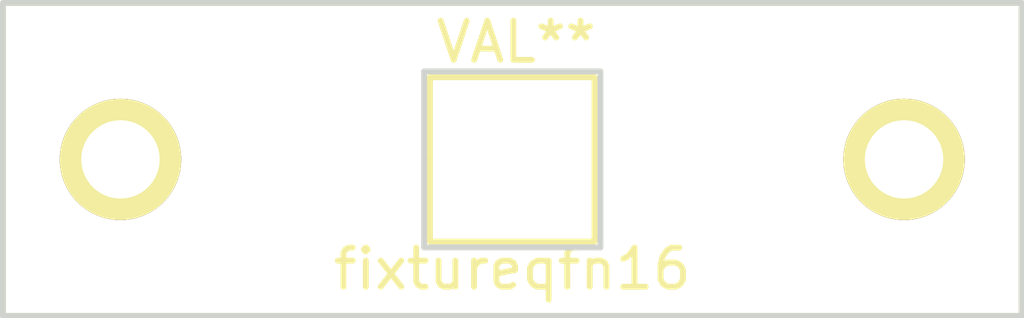
<source format=kicad_pcb>
(kicad_pcb (version 4) (host pcbnew "(2014-jul-16 BZR unknown)-product")

  (general
    (links 0)
    (no_connects 0)
    (area 131.170999 72.670999 157.829001 81.329001)
    (thickness 1.6)
    (drawings 8)
    (tracks 0)
    (zones 0)
    (modules 1)
    (nets 1)
  )

  (page A4)
  (layers
    (0 F.Cu signal)
    (31 B.Cu signal)
    (32 B.Adhes user)
    (33 F.Adhes user)
    (34 B.Paste user)
    (35 F.Paste user)
    (36 B.SilkS user)
    (37 F.SilkS user)
    (38 B.Mask user)
    (39 F.Mask user)
    (40 Dwgs.User user)
    (41 Cmts.User user)
    (42 Eco1.User user)
    (43 Eco2.User user)
    (44 Edge.Cuts user)
    (45 Margin user)
    (46 B.CrtYd user)
    (47 F.CrtYd user)
    (48 B.Fab user)
    (49 F.Fab user)
  )

  (setup
    (last_trace_width 0.254)
    (trace_clearance 0.254)
    (zone_clearance 0.508)
    (zone_45_only no)
    (trace_min 0.254)
    (segment_width 0.2)
    (edge_width 0.15)
    (via_size 0.889)
    (via_drill 0.635)
    (via_min_size 0.889)
    (via_min_drill 0.508)
    (uvia_size 0.508)
    (uvia_drill 0.127)
    (uvias_allowed no)
    (uvia_min_size 0.508)
    (uvia_min_drill 0.127)
    (pcb_text_width 0.3)
    (pcb_text_size 1 1)
    (mod_edge_width 0.15)
    (mod_text_size 1 1)
    (mod_text_width 0.15)
    (pad_size 3.1 3.1)
    (pad_drill 2)
    (pad_to_mask_clearance 0)
    (aux_axis_origin 0 0)
    (visible_elements FFFFFF7F)
    (pcbplotparams
      (layerselection 0x01030_80000001)
      (usegerberextensions false)
      (excludeedgelayer true)
      (linewidth 0.100000)
      (plotframeref false)
      (viasonmask false)
      (mode 1)
      (useauxorigin false)
      (hpglpennumber 1)
      (hpglpenspeed 20)
      (hpglpendiameter 15)
      (hpglpenoverlay 2)
      (psnegative false)
      (psa4output false)
      (plotreference true)
      (plotvalue true)
      (plotinvisibletext false)
      (padsonsilk false)
      (subtractmaskfromsilk false)
      (outputformat 1)
      (mirror false)
      (drillshape 0)
      (scaleselection 1)
      (outputdirectory TOPFIXTURE/))
  )

  (net 0 "")

  (net_class Default "This is the default net class."
    (clearance 0.254)
    (trace_width 0.254)
    (via_dia 0.889)
    (via_drill 0.635)
    (uvia_dia 0.508)
    (uvia_drill 0.127)
  )

  (module Saul_footprints_new:fixtureqfn16 (layer F.Cu) (tedit 53E4B680) (tstamp 53E4B65E)
    (at 144.5 77)
    (fp_text reference fixtureqfn16 (at 0 2.8) (layer F.SilkS)
      (effects (font (size 1 1) (thickness 0.15)))
    )
    (fp_text value VAL** (at 0.1 -3) (layer F.SilkS)
      (effects (font (size 1 1) (thickness 0.15)))
    )
    (fp_line (start -2.1 0) (end -2.1 -2.1) (layer F.SilkS) (width 0.15))
    (fp_line (start -2.1 -2.1) (end 2.1 -2.1) (layer F.SilkS) (width 0.15))
    (fp_line (start 2.1 -2.1) (end 2.1 2.1) (layer F.SilkS) (width 0.15))
    (fp_line (start 2.1 2.1) (end -2.1 2.1) (layer F.SilkS) (width 0.15))
    (fp_line (start -2.1 2.1) (end -2.1 0) (layer F.SilkS) (width 0.15))
    (fp_line (start -13 0) (end -13 -4) (layer F.SilkS) (width 0.15))
    (fp_line (start -13 -4) (end 13 -4) (layer F.SilkS) (width 0.15))
    (fp_line (start 13 -4) (end 13 4) (layer F.SilkS) (width 0.15))
    (fp_line (start 13 4) (end -13 4) (layer F.SilkS) (width 0.15))
    (fp_line (start -13 4) (end -13 0) (layer F.SilkS) (width 0.15))
    (pad 1 thru_hole circle (at -10 0) (size 3.1 3.1) (drill 2) (layers *.Cu *.Mask F.SilkS))
    (pad 2 thru_hole circle (at 10 0) (size 3.1 3.1) (drill 2) (layers *.Cu *.Mask F.SilkS))
  )

  (gr_line (start 142.25 79.25) (end 142.25 74.75) (angle 90) (layer Edge.Cuts) (width 0.15))
  (gr_line (start 146.75 79.25) (end 142.25 79.25) (angle 90) (layer Edge.Cuts) (width 0.15))
  (gr_line (start 146.75 74.75) (end 146.75 79.25) (angle 90) (layer Edge.Cuts) (width 0.15))
  (gr_line (start 142.25 74.75) (end 146.75 74.75) (angle 90) (layer Edge.Cuts) (width 0.15))
  (gr_line (start 131.5 81) (end 131.5 73) (angle 90) (layer Edge.Cuts) (width 0.15))
  (gr_line (start 157.5 81) (end 131.5 81) (angle 90) (layer Edge.Cuts) (width 0.15))
  (gr_line (start 157.5 73) (end 157.5 81) (angle 90) (layer Edge.Cuts) (width 0.15))
  (gr_line (start 131.5 73) (end 157.5 73) (angle 90) (layer Edge.Cuts) (width 0.15))

)

</source>
